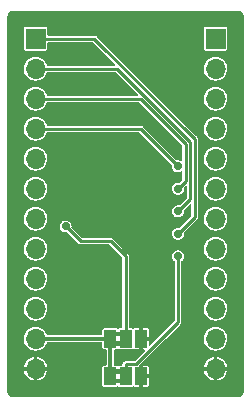
<source format=gbr>
%TF.GenerationSoftware,KiCad,Pcbnew,6.0.4+dfsg-1+b1*%
%TF.CreationDate,2022-04-28T11:11:36+08:00*%
%TF.ProjectId,gpioexp,6770696f-6578-4702-9e6b-696361645f70,c*%
%TF.SameCoordinates,Original*%
%TF.FileFunction,Copper,L2,Bot*%
%TF.FilePolarity,Positive*%
%FSLAX46Y46*%
G04 Gerber Fmt 4.6, Leading zero omitted, Abs format (unit mm)*
G04 Created by KiCad (PCBNEW 6.0.4+dfsg-1+b1) date 2022-04-28 11:11:36*
%MOMM*%
%LPD*%
G01*
G04 APERTURE LIST*
%TA.AperFunction,ComponentPad*%
%ADD10R,1.700000X1.700000*%
%TD*%
%TA.AperFunction,ComponentPad*%
%ADD11O,1.700000X1.700000*%
%TD*%
%TA.AperFunction,SMDPad,CuDef*%
%ADD12R,1.000000X1.500000*%
%TD*%
%TA.AperFunction,ViaPad*%
%ADD13C,0.700000*%
%TD*%
%TA.AperFunction,Conductor*%
%ADD14C,0.304800*%
%TD*%
%TA.AperFunction,Conductor*%
%ADD15C,0.228600*%
%TD*%
G04 APERTURE END LIST*
%TO.C,JP1*%
G36*
X141840000Y-107280000D02*
G01*
X141340000Y-107280000D01*
X141340000Y-106880000D01*
X141840000Y-106880000D01*
X141840000Y-107280000D01*
G37*
G36*
X141840000Y-106480000D02*
G01*
X141340000Y-106480000D01*
X141340000Y-106080000D01*
X141840000Y-106080000D01*
X141840000Y-106480000D01*
G37*
%TO.C,JP2*%
G36*
X141840000Y-110455000D02*
G01*
X141340000Y-110455000D01*
X141340000Y-110055000D01*
X141840000Y-110055000D01*
X141840000Y-110455000D01*
G37*
G36*
X141840000Y-109655000D02*
G01*
X141340000Y-109655000D01*
X141340000Y-109255000D01*
X141840000Y-109255000D01*
X141840000Y-109655000D01*
G37*
%TD*%
D10*
%TO.P,J1,1,Pin_1*%
%TO.N,P1_0*%
X134620000Y-81280000D03*
D11*
%TO.P,J1,2,Pin_2*%
%TO.N,P1_1*%
X134620000Y-83820000D03*
%TO.P,J1,3,Pin_3*%
%TO.N,P1_2*%
X134620000Y-86360000D03*
%TO.P,J1,4,Pin_4*%
%TO.N,P1_3*%
X134620000Y-88900000D03*
%TO.P,J1,5,Pin_5*%
%TO.N,P1_4*%
X134620000Y-91440000D03*
%TO.P,J1,6,Pin_6*%
%TO.N,P1_5*%
X134620000Y-93980000D03*
%TO.P,J1,7,Pin_7*%
%TO.N,P1_6*%
X134620000Y-96520000D03*
%TO.P,J1,8,Pin_8*%
%TO.N,P1_7*%
X134620000Y-99060000D03*
%TO.P,J1,9,Pin_9*%
%TO.N,SCL*%
X134620000Y-101600000D03*
%TO.P,J1,10,Pin_10*%
%TO.N,SDA*%
X134620000Y-104140000D03*
%TO.P,J1,11,Pin_11*%
%TO.N,VCC*%
X134620000Y-106680000D03*
%TO.P,J1,12,Pin_12*%
%TO.N,GND*%
X134620000Y-109220000D03*
%TD*%
D10*
%TO.P,J2,1,Pin_1*%
%TO.N,P0_7*%
X149860000Y-81280000D03*
D11*
%TO.P,J2,2,Pin_2*%
%TO.N,P0_6*%
X149860000Y-83820000D03*
%TO.P,J2,3,Pin_3*%
%TO.N,P0_5*%
X149860000Y-86360000D03*
%TO.P,J2,4,Pin_4*%
%TO.N,P0_4*%
X149860000Y-88900000D03*
%TO.P,J2,5,Pin_5*%
%TO.N,P0_3*%
X149860000Y-91440000D03*
%TO.P,J2,6,Pin_6*%
%TO.N,P0_2*%
X149860000Y-93980000D03*
%TO.P,J2,7,Pin_7*%
%TO.N,P0_1*%
X149860000Y-96520000D03*
%TO.P,J2,8,Pin_8*%
%TO.N,P0_0*%
X149860000Y-99060000D03*
%TO.P,J2,9,Pin_9*%
%TO.N,NRST*%
X149860000Y-101600000D03*
%TO.P,J2,10,Pin_10*%
%TO.N,INT*%
X149860000Y-104140000D03*
%TO.P,J2,11,Pin_11*%
%TO.N,VCC*%
X149860000Y-106680000D03*
%TO.P,J2,12,Pin_12*%
%TO.N,GND*%
X149860000Y-109220000D03*
%TD*%
D12*
%TO.P,JP1,1,A*%
%TO.N,VCC*%
X140940000Y-106680000D03*
%TO.P,JP1,2,C*%
%TO.N,AD0*%
X142240000Y-106680000D03*
%TO.P,JP1,3,B*%
%TO.N,GND*%
X143540000Y-106680000D03*
%TD*%
%TO.P,JP2,1,A*%
%TO.N,VCC*%
X140940000Y-109855000D03*
%TO.P,JP2,2,C*%
%TO.N,AD1*%
X142240000Y-109855000D03*
%TO.P,JP2,3,B*%
%TO.N,GND*%
X143540000Y-109855000D03*
%TD*%
D13*
%TO.N,GND*%
X142240000Y-80010000D03*
X144145000Y-101600000D03*
X147320000Y-80010000D03*
X137160000Y-99695000D03*
X140970000Y-97790000D03*
X140970000Y-99695000D03*
X144780000Y-80010000D03*
X142240000Y-92075000D03*
X137160000Y-110490000D03*
X145415000Y-110490000D03*
X139065000Y-99695000D03*
X137160000Y-80010000D03*
X139700000Y-80010000D03*
X139065000Y-110490000D03*
X144145000Y-103505000D03*
X147320000Y-110490000D03*
%TO.N,AD0*%
X137160000Y-97155000D03*
%TO.N,AD1*%
X146685000Y-99695000D03*
%TO.N,P1_3*%
X146685000Y-92075000D03*
%TO.N,P1_2*%
X146685000Y-93980000D03*
%TO.N,P1_1*%
X146685000Y-95885000D03*
%TO.N,P1_0*%
X146685000Y-97790000D03*
%TD*%
D14*
%TO.N,VCC*%
X140940000Y-106680000D02*
X134620000Y-106680000D01*
X140940000Y-106680000D02*
X140940000Y-109855000D01*
D15*
%TO.N,AD0*%
X140970000Y-98425000D02*
X142240000Y-99695000D01*
X142240000Y-99695000D02*
X142240000Y-106680000D01*
X138430000Y-98425000D02*
X137160000Y-97155000D01*
X140970000Y-98425000D02*
X138430000Y-98425000D01*
%TO.N,AD1*%
X142278101Y-108838299D02*
X142240000Y-108876400D01*
X142240000Y-108876400D02*
X142240000Y-109855000D01*
X146685000Y-99695000D02*
X146685000Y-105265062D01*
X143111763Y-108838299D02*
X142278101Y-108838299D01*
X146685000Y-105265062D02*
X143111763Y-108838299D01*
%TO.N,P1_3*%
X143510000Y-88900000D02*
X134620000Y-88900000D01*
X146685000Y-92075000D02*
X143510000Y-88900000D01*
%TO.N,P1_2*%
X147320000Y-93345000D02*
X146685000Y-93980000D01*
X143510000Y-86360000D02*
X147320000Y-90170000D01*
X147320000Y-90170000D02*
X147320000Y-93345000D01*
X134620000Y-86360000D02*
X143510000Y-86360000D01*
%TO.N,P1_1*%
X134620000Y-83820000D02*
X141508830Y-83820000D01*
X147701009Y-94868991D02*
X146685000Y-95885000D01*
X147701009Y-90012179D02*
X147701009Y-94868991D01*
X141508830Y-83820000D02*
X147701009Y-90012179D01*
%TO.N,P1_0*%
X139603830Y-81280000D02*
X134620000Y-81280000D01*
X148082020Y-89758190D02*
X139603830Y-81280000D01*
X146685000Y-97790000D02*
X148082020Y-96392980D01*
X148082020Y-96392980D02*
X148082020Y-89758190D01*
%TD*%
%TA.AperFunction,Conductor*%
%TO.N,GND*%
G36*
X151754430Y-78895462D02*
G01*
X151765000Y-78898294D01*
X151774562Y-78895732D01*
X151781581Y-78895732D01*
X151791397Y-78896375D01*
X151879962Y-78908035D01*
X151898924Y-78913116D01*
X151996905Y-78953701D01*
X152013906Y-78963517D01*
X152098042Y-79028077D01*
X152111923Y-79041958D01*
X152176483Y-79126094D01*
X152186299Y-79143095D01*
X152226884Y-79241076D01*
X152231965Y-79260038D01*
X152243625Y-79348603D01*
X152244268Y-79358419D01*
X152244268Y-79365438D01*
X152241706Y-79375000D01*
X152244268Y-79384561D01*
X152244538Y-79385569D01*
X152247100Y-79405032D01*
X152247100Y-111094968D01*
X152244538Y-111114430D01*
X152241706Y-111125000D01*
X152244268Y-111134562D01*
X152244268Y-111141581D01*
X152243625Y-111151397D01*
X152231965Y-111239962D01*
X152226884Y-111258924D01*
X152186299Y-111356905D01*
X152176483Y-111373906D01*
X152111923Y-111458042D01*
X152098042Y-111471923D01*
X152013906Y-111536483D01*
X151996905Y-111546299D01*
X151898924Y-111586884D01*
X151879962Y-111591965D01*
X151791397Y-111603625D01*
X151781581Y-111604268D01*
X151774562Y-111604268D01*
X151765000Y-111601706D01*
X151754431Y-111604538D01*
X151734968Y-111607100D01*
X132745032Y-111607100D01*
X132725569Y-111604538D01*
X132715000Y-111601706D01*
X132705438Y-111604268D01*
X132698419Y-111604268D01*
X132688603Y-111603625D01*
X132600038Y-111591965D01*
X132581076Y-111586884D01*
X132483095Y-111546299D01*
X132466094Y-111536483D01*
X132381958Y-111471923D01*
X132368077Y-111458042D01*
X132303517Y-111373906D01*
X132293701Y-111356905D01*
X132253116Y-111258924D01*
X132248035Y-111239962D01*
X132236375Y-111151397D01*
X132235732Y-111141581D01*
X132235732Y-111134562D01*
X132238294Y-111125000D01*
X132235462Y-111114430D01*
X132232900Y-111094968D01*
X132232900Y-109380318D01*
X133627492Y-109380318D01*
X133628990Y-109398160D01*
X133630312Y-109405364D01*
X133682470Y-109587261D01*
X133685164Y-109594063D01*
X133771657Y-109762363D01*
X133775623Y-109768518D01*
X133893164Y-109916817D01*
X133898240Y-109922074D01*
X134042355Y-110044725D01*
X134048353Y-110048894D01*
X134213537Y-110141211D01*
X134220250Y-110144144D01*
X134400210Y-110202616D01*
X134407358Y-110204188D01*
X134454434Y-110209802D01*
X134464957Y-110207334D01*
X134467600Y-110203801D01*
X134467600Y-110200421D01*
X134772400Y-110200421D01*
X134776097Y-110210578D01*
X134780403Y-110213064D01*
X134791238Y-110212230D01*
X134798449Y-110210959D01*
X134980701Y-110160073D01*
X134987534Y-110157422D01*
X135156428Y-110072108D01*
X135162611Y-110068184D01*
X135311720Y-109951687D01*
X135317023Y-109946637D01*
X135440664Y-109803397D01*
X135444886Y-109797412D01*
X135538354Y-109632880D01*
X135541328Y-109626200D01*
X135601059Y-109446641D01*
X135602680Y-109439508D01*
X135609495Y-109385556D01*
X135607100Y-109375014D01*
X135603656Y-109372400D01*
X134785659Y-109372400D01*
X134775502Y-109376097D01*
X134772400Y-109381469D01*
X134772400Y-110200421D01*
X134467600Y-110200421D01*
X134467600Y-109385659D01*
X134463903Y-109375502D01*
X134458531Y-109372400D01*
X133640086Y-109372400D01*
X133629929Y-109376097D01*
X133627492Y-109380318D01*
X132232900Y-109380318D01*
X132232900Y-109054421D01*
X133629843Y-109054421D01*
X133632386Y-109064930D01*
X133636007Y-109067600D01*
X134454341Y-109067600D01*
X134464498Y-109063903D01*
X134467600Y-109058531D01*
X134467600Y-109054341D01*
X134772400Y-109054341D01*
X134776097Y-109064498D01*
X134781469Y-109067600D01*
X135599048Y-109067600D01*
X135609205Y-109063903D01*
X135611547Y-109059847D01*
X135608427Y-109028024D01*
X135607001Y-109020828D01*
X135552312Y-108839688D01*
X135549524Y-108832922D01*
X135460684Y-108665839D01*
X135456639Y-108659751D01*
X135337041Y-108513109D01*
X135331878Y-108507910D01*
X135186078Y-108387294D01*
X135180016Y-108383205D01*
X135013557Y-108293201D01*
X135006813Y-108290366D01*
X134826047Y-108234410D01*
X134818880Y-108232939D01*
X134785587Y-108229440D01*
X134775100Y-108232055D01*
X134772400Y-108235771D01*
X134772400Y-109054341D01*
X134467600Y-109054341D01*
X134467600Y-108240543D01*
X134463903Y-108230386D01*
X134459766Y-108227997D01*
X134434918Y-108230258D01*
X134427732Y-108231629D01*
X134246208Y-108285055D01*
X134239421Y-108287797D01*
X134071721Y-108375468D01*
X134065603Y-108379472D01*
X133918128Y-108498044D01*
X133912903Y-108503161D01*
X133791266Y-108648122D01*
X133787132Y-108654160D01*
X133695975Y-108819975D01*
X133693088Y-108826711D01*
X133635874Y-109007074D01*
X133634351Y-109014239D01*
X133629843Y-109054421D01*
X132232900Y-109054421D01*
X132232900Y-106665930D01*
X133612345Y-106665930D01*
X133612653Y-106669598D01*
X133612653Y-106669601D01*
X133615889Y-106708138D01*
X133628803Y-106861919D01*
X133683015Y-107050979D01*
X133772916Y-107225908D01*
X133895083Y-107380044D01*
X133897877Y-107382422D01*
X133897878Y-107382423D01*
X133932691Y-107412051D01*
X134044862Y-107507516D01*
X134048063Y-107509305D01*
X134048066Y-107509307D01*
X134103404Y-107540234D01*
X134216547Y-107603467D01*
X134220044Y-107604603D01*
X134220048Y-107604605D01*
X134312615Y-107634681D01*
X134403600Y-107664244D01*
X134510984Y-107677049D01*
X134595237Y-107687096D01*
X134595239Y-107687096D01*
X134598895Y-107687532D01*
X134794994Y-107672443D01*
X134909061Y-107640595D01*
X134980883Y-107620542D01*
X134980885Y-107620541D01*
X134984428Y-107619552D01*
X135139383Y-107541279D01*
X135156697Y-107532533D01*
X135156698Y-107532532D01*
X135159981Y-107530874D01*
X135314966Y-107409786D01*
X135443480Y-107260901D01*
X135540628Y-107089890D01*
X135558301Y-107036762D01*
X135590252Y-106996450D01*
X135629656Y-106985300D01*
X140211901Y-106985300D01*
X140260239Y-107002893D01*
X140285959Y-107047442D01*
X140287101Y-107060500D01*
X140287101Y-107445056D01*
X140295972Y-107489658D01*
X140329766Y-107540234D01*
X140335923Y-107544348D01*
X140374183Y-107569913D01*
X140374184Y-107569914D01*
X140380342Y-107574028D01*
X140387606Y-107575473D01*
X140418805Y-107581679D01*
X140424943Y-107582900D01*
X140559500Y-107582900D01*
X140607838Y-107600493D01*
X140633558Y-107645042D01*
X140634700Y-107658100D01*
X140634700Y-108876901D01*
X140617107Y-108925239D01*
X140572558Y-108950959D01*
X140559500Y-108952101D01*
X140424944Y-108952101D01*
X140380342Y-108960972D01*
X140329766Y-108994766D01*
X140325652Y-109000923D01*
X140307544Y-109028024D01*
X140295972Y-109045342D01*
X140294527Y-109052606D01*
X140292162Y-109064498D01*
X140287100Y-109089943D01*
X140287101Y-110620056D01*
X140295972Y-110664658D01*
X140329766Y-110715234D01*
X140335923Y-110719348D01*
X140374183Y-110744913D01*
X140374184Y-110744914D01*
X140380342Y-110749028D01*
X140387606Y-110750473D01*
X140418805Y-110756679D01*
X140424943Y-110757900D01*
X140939930Y-110757900D01*
X141455056Y-110757899D01*
X141499658Y-110749028D01*
X141548221Y-110716579D01*
X141598187Y-110704352D01*
X141631779Y-110716579D01*
X141674183Y-110744913D01*
X141674184Y-110744914D01*
X141680342Y-110749028D01*
X141687606Y-110750473D01*
X141718805Y-110756679D01*
X141724943Y-110757900D01*
X142239930Y-110757900D01*
X142755056Y-110757899D01*
X142799658Y-110749028D01*
X142848670Y-110716279D01*
X142898636Y-110704052D01*
X142932229Y-110716279D01*
X142974377Y-110744442D01*
X142987802Y-110750003D01*
X143021363Y-110756679D01*
X143028684Y-110757400D01*
X143374341Y-110757400D01*
X143384498Y-110753703D01*
X143387600Y-110748331D01*
X143387600Y-110744141D01*
X143692400Y-110744141D01*
X143696097Y-110754298D01*
X143701469Y-110757400D01*
X144051316Y-110757400D01*
X144058637Y-110756679D01*
X144092198Y-110750003D01*
X144105623Y-110744442D01*
X144143720Y-110718986D01*
X144153986Y-110708720D01*
X144179442Y-110670623D01*
X144185003Y-110657198D01*
X144191679Y-110623637D01*
X144192400Y-110616316D01*
X144192400Y-110020659D01*
X144188703Y-110010502D01*
X144183331Y-110007400D01*
X143705659Y-110007400D01*
X143695502Y-110011097D01*
X143692400Y-110016469D01*
X143692400Y-110744141D01*
X143387600Y-110744141D01*
X143387600Y-109689341D01*
X143692400Y-109689341D01*
X143696097Y-109699498D01*
X143701469Y-109702600D01*
X144179141Y-109702600D01*
X144189298Y-109698903D01*
X144192400Y-109693531D01*
X144192400Y-109380318D01*
X148867492Y-109380318D01*
X148868990Y-109398160D01*
X148870312Y-109405364D01*
X148922470Y-109587261D01*
X148925164Y-109594063D01*
X149011657Y-109762363D01*
X149015623Y-109768518D01*
X149133164Y-109916817D01*
X149138240Y-109922074D01*
X149282355Y-110044725D01*
X149288353Y-110048894D01*
X149453537Y-110141211D01*
X149460250Y-110144144D01*
X149640210Y-110202616D01*
X149647358Y-110204188D01*
X149694434Y-110209802D01*
X149704957Y-110207334D01*
X149707600Y-110203801D01*
X149707600Y-110200421D01*
X150012400Y-110200421D01*
X150016097Y-110210578D01*
X150020403Y-110213064D01*
X150031238Y-110212230D01*
X150038449Y-110210959D01*
X150220701Y-110160073D01*
X150227534Y-110157422D01*
X150396428Y-110072108D01*
X150402611Y-110068184D01*
X150551720Y-109951687D01*
X150557023Y-109946637D01*
X150680664Y-109803397D01*
X150684886Y-109797412D01*
X150778354Y-109632880D01*
X150781328Y-109626200D01*
X150841059Y-109446641D01*
X150842680Y-109439508D01*
X150849495Y-109385556D01*
X150847100Y-109375014D01*
X150843656Y-109372400D01*
X150025659Y-109372400D01*
X150015502Y-109376097D01*
X150012400Y-109381469D01*
X150012400Y-110200421D01*
X149707600Y-110200421D01*
X149707600Y-109385659D01*
X149703903Y-109375502D01*
X149698531Y-109372400D01*
X148880086Y-109372400D01*
X148869929Y-109376097D01*
X148867492Y-109380318D01*
X144192400Y-109380318D01*
X144192400Y-109093684D01*
X144191679Y-109086363D01*
X144185325Y-109054421D01*
X148869843Y-109054421D01*
X148872386Y-109064930D01*
X148876007Y-109067600D01*
X149694341Y-109067600D01*
X149704498Y-109063903D01*
X149707600Y-109058531D01*
X149707600Y-109054341D01*
X150012400Y-109054341D01*
X150016097Y-109064498D01*
X150021469Y-109067600D01*
X150839048Y-109067600D01*
X150849205Y-109063903D01*
X150851547Y-109059847D01*
X150848427Y-109028024D01*
X150847001Y-109020828D01*
X150792312Y-108839688D01*
X150789524Y-108832922D01*
X150700684Y-108665839D01*
X150696639Y-108659751D01*
X150577041Y-108513109D01*
X150571878Y-108507910D01*
X150426078Y-108387294D01*
X150420016Y-108383205D01*
X150253557Y-108293201D01*
X150246813Y-108290366D01*
X150066047Y-108234410D01*
X150058880Y-108232939D01*
X150025587Y-108229440D01*
X150015100Y-108232055D01*
X150012400Y-108235771D01*
X150012400Y-109054341D01*
X149707600Y-109054341D01*
X149707600Y-108240543D01*
X149703903Y-108230386D01*
X149699766Y-108227997D01*
X149674918Y-108230258D01*
X149667732Y-108231629D01*
X149486208Y-108285055D01*
X149479421Y-108287797D01*
X149311721Y-108375468D01*
X149305603Y-108379472D01*
X149158128Y-108498044D01*
X149152903Y-108503161D01*
X149031266Y-108648122D01*
X149027132Y-108654160D01*
X148935975Y-108819975D01*
X148933088Y-108826711D01*
X148875874Y-109007074D01*
X148874351Y-109014239D01*
X148869843Y-109054421D01*
X144185325Y-109054421D01*
X144185003Y-109052802D01*
X144179442Y-109039377D01*
X144153986Y-109001280D01*
X144143720Y-108991014D01*
X144105623Y-108965558D01*
X144092198Y-108959997D01*
X144058637Y-108953321D01*
X144051316Y-108952600D01*
X143705659Y-108952600D01*
X143695502Y-108956297D01*
X143692400Y-108961669D01*
X143692400Y-109689341D01*
X143387600Y-109689341D01*
X143387600Y-108971487D01*
X143405193Y-108923149D01*
X143409626Y-108918313D01*
X145662009Y-106665930D01*
X148852345Y-106665930D01*
X148852653Y-106669598D01*
X148852653Y-106669601D01*
X148855889Y-106708138D01*
X148868803Y-106861919D01*
X148923015Y-107050979D01*
X149012916Y-107225908D01*
X149135083Y-107380044D01*
X149137877Y-107382422D01*
X149137878Y-107382423D01*
X149172691Y-107412051D01*
X149284862Y-107507516D01*
X149288063Y-107509305D01*
X149288066Y-107509307D01*
X149343404Y-107540234D01*
X149456547Y-107603467D01*
X149460044Y-107604603D01*
X149460048Y-107604605D01*
X149552615Y-107634681D01*
X149643600Y-107664244D01*
X149750984Y-107677049D01*
X149835237Y-107687096D01*
X149835239Y-107687096D01*
X149838895Y-107687532D01*
X150034994Y-107672443D01*
X150149061Y-107640595D01*
X150220883Y-107620542D01*
X150220885Y-107620541D01*
X150224428Y-107619552D01*
X150379383Y-107541279D01*
X150396697Y-107532533D01*
X150396698Y-107532532D01*
X150399981Y-107530874D01*
X150554966Y-107409786D01*
X150683480Y-107260901D01*
X150780628Y-107089890D01*
X150842710Y-106903266D01*
X150867360Y-106708138D01*
X150867753Y-106680000D01*
X150867548Y-106677907D01*
X150848921Y-106487927D01*
X150848920Y-106487922D01*
X150848561Y-106484260D01*
X150791714Y-106295975D01*
X150699379Y-106122318D01*
X150575072Y-105969903D01*
X150423528Y-105844535D01*
X150250520Y-105750990D01*
X150062637Y-105692830D01*
X149939766Y-105679916D01*
X149870690Y-105672656D01*
X149870689Y-105672656D01*
X149867035Y-105672272D01*
X149769101Y-105681184D01*
X149674824Y-105689764D01*
X149674823Y-105689764D01*
X149671166Y-105690097D01*
X149667641Y-105691134D01*
X149667638Y-105691135D01*
X149486019Y-105744589D01*
X149482489Y-105745628D01*
X149308192Y-105836748D01*
X149257375Y-105877606D01*
X149210936Y-105914944D01*
X149154912Y-105959988D01*
X149028489Y-106110653D01*
X148933739Y-106283004D01*
X148874269Y-106470476D01*
X148852345Y-106665930D01*
X145662009Y-106665930D01*
X146850087Y-105477852D01*
X146861483Y-105468499D01*
X146871485Y-105461816D01*
X146877641Y-105457703D01*
X146920536Y-105393505D01*
X146936697Y-105369319D01*
X146957435Y-105265062D01*
X146953645Y-105246008D01*
X146952200Y-105231337D01*
X146952200Y-104125930D01*
X148852345Y-104125930D01*
X148852653Y-104129598D01*
X148852653Y-104129601D01*
X148855889Y-104168138D01*
X148868803Y-104321919D01*
X148923015Y-104510979D01*
X149012916Y-104685908D01*
X149135083Y-104840044D01*
X149137877Y-104842422D01*
X149137878Y-104842423D01*
X149172691Y-104872051D01*
X149284862Y-104967516D01*
X149288063Y-104969305D01*
X149288066Y-104969307D01*
X149326656Y-104990874D01*
X149456547Y-105063467D01*
X149460044Y-105064603D01*
X149460048Y-105064605D01*
X149552615Y-105094681D01*
X149643600Y-105124244D01*
X149750984Y-105137049D01*
X149835237Y-105147096D01*
X149835239Y-105147096D01*
X149838895Y-105147532D01*
X150034994Y-105132443D01*
X150149061Y-105100595D01*
X150220883Y-105080542D01*
X150220885Y-105080541D01*
X150224428Y-105079552D01*
X150399981Y-104990874D01*
X150554966Y-104869786D01*
X150683480Y-104720901D01*
X150780628Y-104549890D01*
X150842710Y-104363266D01*
X150867360Y-104168138D01*
X150867753Y-104140000D01*
X150867548Y-104137907D01*
X150848921Y-103947927D01*
X150848920Y-103947922D01*
X150848561Y-103944260D01*
X150791714Y-103755975D01*
X150699379Y-103582318D01*
X150575072Y-103429903D01*
X150423528Y-103304535D01*
X150250520Y-103210990D01*
X150062637Y-103152830D01*
X149939766Y-103139916D01*
X149870690Y-103132656D01*
X149870689Y-103132656D01*
X149867035Y-103132272D01*
X149769101Y-103141184D01*
X149674824Y-103149764D01*
X149674823Y-103149764D01*
X149671166Y-103150097D01*
X149667641Y-103151134D01*
X149667638Y-103151135D01*
X149486019Y-103204589D01*
X149482489Y-103205628D01*
X149308192Y-103296748D01*
X149154912Y-103419988D01*
X149028489Y-103570653D01*
X148933739Y-103743004D01*
X148874269Y-103930476D01*
X148852345Y-104125930D01*
X146952200Y-104125930D01*
X146952200Y-101585930D01*
X148852345Y-101585930D01*
X148852653Y-101589598D01*
X148852653Y-101589601D01*
X148855889Y-101628138D01*
X148868803Y-101781919D01*
X148923015Y-101970979D01*
X149012916Y-102145908D01*
X149135083Y-102300044D01*
X149137877Y-102302422D01*
X149137878Y-102302423D01*
X149172691Y-102332051D01*
X149284862Y-102427516D01*
X149288063Y-102429305D01*
X149288066Y-102429307D01*
X149326656Y-102450874D01*
X149456547Y-102523467D01*
X149460044Y-102524603D01*
X149460048Y-102524605D01*
X149552615Y-102554681D01*
X149643600Y-102584244D01*
X149750984Y-102597049D01*
X149835237Y-102607096D01*
X149835239Y-102607096D01*
X149838895Y-102607532D01*
X150034994Y-102592443D01*
X150149061Y-102560595D01*
X150220883Y-102540542D01*
X150220885Y-102540541D01*
X150224428Y-102539552D01*
X150399981Y-102450874D01*
X150554966Y-102329786D01*
X150683480Y-102180901D01*
X150780628Y-102009890D01*
X150842710Y-101823266D01*
X150867360Y-101628138D01*
X150867753Y-101600000D01*
X150867548Y-101597907D01*
X150848921Y-101407927D01*
X150848920Y-101407922D01*
X150848561Y-101404260D01*
X150791714Y-101215975D01*
X150699379Y-101042318D01*
X150575072Y-100889903D01*
X150423528Y-100764535D01*
X150250520Y-100670990D01*
X150062637Y-100612830D01*
X149939766Y-100599916D01*
X149870690Y-100592656D01*
X149870689Y-100592656D01*
X149867035Y-100592272D01*
X149769100Y-100601185D01*
X149674824Y-100609764D01*
X149674823Y-100609764D01*
X149671166Y-100610097D01*
X149667641Y-100611134D01*
X149667638Y-100611135D01*
X149486019Y-100664589D01*
X149482489Y-100665628D01*
X149308192Y-100756748D01*
X149154912Y-100879988D01*
X149028489Y-101030653D01*
X148933739Y-101203004D01*
X148874269Y-101390476D01*
X148852345Y-101585930D01*
X146952200Y-101585930D01*
X146952200Y-100163187D01*
X146969793Y-100114849D01*
X146988052Y-100099103D01*
X147004970Y-100088716D01*
X147004973Y-100088714D01*
X147009539Y-100085910D01*
X147106210Y-99979110D01*
X147111795Y-99967584D01*
X147166682Y-99854296D01*
X147166682Y-99854295D01*
X147169020Y-99849470D01*
X147192919Y-99707413D01*
X147193071Y-99695000D01*
X147192659Y-99692120D01*
X147173409Y-99557704D01*
X147173408Y-99557700D01*
X147172649Y-99552401D01*
X147149897Y-99502359D01*
X147115245Y-99426147D01*
X147113026Y-99421266D01*
X147108538Y-99416057D01*
X147022487Y-99316190D01*
X147022484Y-99316187D01*
X147018993Y-99312136D01*
X147014502Y-99309225D01*
X146902604Y-99236697D01*
X146902603Y-99236697D01*
X146898111Y-99233785D01*
X146821912Y-99210997D01*
X146765232Y-99194045D01*
X146765229Y-99194045D01*
X146760098Y-99192510D01*
X146754743Y-99192477D01*
X146754741Y-99192477D01*
X146689524Y-99192079D01*
X146616047Y-99191630D01*
X146610897Y-99193102D01*
X146610896Y-99193102D01*
X146546793Y-99211423D01*
X146477539Y-99231215D01*
X146473013Y-99234071D01*
X146473010Y-99234072D01*
X146395043Y-99283266D01*
X146355709Y-99308084D01*
X146348550Y-99316190D01*
X146263897Y-99412041D01*
X146263895Y-99412044D01*
X146260351Y-99416057D01*
X146199129Y-99546454D01*
X146176967Y-99688793D01*
X146177661Y-99694100D01*
X146177661Y-99694103D01*
X146179021Y-99704500D01*
X146195645Y-99831630D01*
X146253662Y-99963484D01*
X146257107Y-99967582D01*
X146257108Y-99967584D01*
X146270138Y-99983085D01*
X146346354Y-100073755D01*
X146368830Y-100088716D01*
X146384269Y-100098993D01*
X146414759Y-100140423D01*
X146417800Y-100161593D01*
X146417800Y-105123237D01*
X146400207Y-105171575D01*
X146395774Y-105176411D01*
X144320774Y-107251410D01*
X144274154Y-107273150D01*
X144224467Y-107259836D01*
X144194962Y-107217699D01*
X144192400Y-107198236D01*
X144192400Y-106845659D01*
X144188703Y-106835502D01*
X144183331Y-106832400D01*
X143705659Y-106832400D01*
X143695502Y-106836097D01*
X143692400Y-106841469D01*
X143692400Y-107569141D01*
X143696097Y-107579298D01*
X143701469Y-107582400D01*
X143808236Y-107582400D01*
X143856574Y-107599993D01*
X143882294Y-107644542D01*
X143873361Y-107695200D01*
X143861410Y-107710774D01*
X143023111Y-108549073D01*
X142976491Y-108570813D01*
X142969937Y-108571099D01*
X142311830Y-108571099D01*
X142297159Y-108569654D01*
X142285365Y-108567308D01*
X142278101Y-108565863D01*
X142270837Y-108567308D01*
X142181107Y-108585157D01*
X142181105Y-108585158D01*
X142173845Y-108586602D01*
X142085460Y-108645658D01*
X142078509Y-108656061D01*
X142057762Y-108676808D01*
X142047359Y-108683759D01*
X142032451Y-108706071D01*
X141988303Y-108772143D01*
X141967564Y-108876400D01*
X141968139Y-108879291D01*
X141951416Y-108925239D01*
X141906867Y-108950959D01*
X141893809Y-108952101D01*
X141724944Y-108952101D01*
X141680342Y-108960972D01*
X141674184Y-108965087D01*
X141674182Y-108965088D01*
X141631779Y-108993421D01*
X141581813Y-109005648D01*
X141548221Y-108993421D01*
X141505817Y-108965087D01*
X141505816Y-108965086D01*
X141499658Y-108960972D01*
X141476156Y-108956297D01*
X141458682Y-108952821D01*
X141458681Y-108952821D01*
X141455057Y-108952100D01*
X141320500Y-108952100D01*
X141272162Y-108934507D01*
X141246442Y-108889958D01*
X141245300Y-108876900D01*
X141245300Y-107658099D01*
X141262893Y-107609761D01*
X141307442Y-107584041D01*
X141320500Y-107582899D01*
X141455056Y-107582899D01*
X141499658Y-107574028D01*
X141548221Y-107541579D01*
X141598187Y-107529352D01*
X141631779Y-107541579D01*
X141674183Y-107569913D01*
X141674184Y-107569914D01*
X141680342Y-107574028D01*
X141687606Y-107575473D01*
X141718805Y-107581679D01*
X141724943Y-107582900D01*
X142239930Y-107582900D01*
X142755056Y-107582899D01*
X142799658Y-107574028D01*
X142848670Y-107541279D01*
X142898636Y-107529052D01*
X142932229Y-107541279D01*
X142974377Y-107569442D01*
X142987802Y-107575003D01*
X143021363Y-107581679D01*
X143028684Y-107582400D01*
X143374341Y-107582400D01*
X143384498Y-107578703D01*
X143387600Y-107573331D01*
X143387600Y-106514341D01*
X143692400Y-106514341D01*
X143696097Y-106524498D01*
X143701469Y-106527600D01*
X144179141Y-106527600D01*
X144189298Y-106523903D01*
X144192400Y-106518531D01*
X144192400Y-105918684D01*
X144191679Y-105911363D01*
X144185003Y-105877802D01*
X144179442Y-105864377D01*
X144153986Y-105826280D01*
X144143720Y-105816014D01*
X144105623Y-105790558D01*
X144092198Y-105784997D01*
X144058637Y-105778321D01*
X144051316Y-105777600D01*
X143705659Y-105777600D01*
X143695502Y-105781297D01*
X143692400Y-105786669D01*
X143692400Y-106514341D01*
X143387600Y-106514341D01*
X143387600Y-105790859D01*
X143383903Y-105780702D01*
X143378531Y-105777600D01*
X143028684Y-105777600D01*
X143021363Y-105778321D01*
X142987802Y-105784997D01*
X142974377Y-105790558D01*
X142932229Y-105818721D01*
X142882264Y-105830948D01*
X142848670Y-105818721D01*
X142805817Y-105790087D01*
X142805816Y-105790086D01*
X142799658Y-105785972D01*
X142773165Y-105780702D01*
X142758682Y-105777821D01*
X142758681Y-105777821D01*
X142755057Y-105777100D01*
X142582400Y-105777100D01*
X142534062Y-105759507D01*
X142508342Y-105714958D01*
X142507200Y-105701900D01*
X142507200Y-99728725D01*
X142508645Y-99714054D01*
X142510990Y-99702265D01*
X142510990Y-99702264D01*
X142512435Y-99695000D01*
X142491697Y-99590743D01*
X142466077Y-99552401D01*
X142462819Y-99547524D01*
X142436755Y-99508516D01*
X142432641Y-99502359D01*
X142416482Y-99491562D01*
X142405087Y-99482210D01*
X141968807Y-99045930D01*
X148852345Y-99045930D01*
X148852653Y-99049598D01*
X148852653Y-99049601D01*
X148867904Y-99231215D01*
X148868803Y-99241919D01*
X148923015Y-99430979D01*
X149012916Y-99605908D01*
X149135083Y-99760044D01*
X149137877Y-99762422D01*
X149137878Y-99762423D01*
X149212948Y-99826312D01*
X149284862Y-99887516D01*
X149288063Y-99889305D01*
X149288066Y-99889307D01*
X149326656Y-99910874D01*
X149456547Y-99983467D01*
X149460044Y-99984603D01*
X149460048Y-99984605D01*
X149552615Y-100014681D01*
X149643600Y-100044244D01*
X149750984Y-100057049D01*
X149835237Y-100067096D01*
X149835239Y-100067096D01*
X149838895Y-100067532D01*
X150034994Y-100052443D01*
X150149061Y-100020595D01*
X150220883Y-100000542D01*
X150220885Y-100000541D01*
X150224428Y-99999552D01*
X150399981Y-99910874D01*
X150554966Y-99789786D01*
X150683480Y-99640901D01*
X150736526Y-99547524D01*
X150778810Y-99473091D01*
X150778812Y-99473088D01*
X150780628Y-99469890D01*
X150834454Y-99308084D01*
X150841548Y-99286760D01*
X150841549Y-99286757D01*
X150842710Y-99283266D01*
X150867360Y-99088138D01*
X150867753Y-99060000D01*
X150867548Y-99057907D01*
X150848921Y-98867927D01*
X150848920Y-98867922D01*
X150848561Y-98864260D01*
X150791714Y-98675975D01*
X150699379Y-98502318D01*
X150575072Y-98349903D01*
X150423528Y-98224535D01*
X150250520Y-98130990D01*
X150062637Y-98072830D01*
X149926140Y-98058484D01*
X149870690Y-98052656D01*
X149870689Y-98052656D01*
X149867035Y-98052272D01*
X149798775Y-98058484D01*
X149674824Y-98069764D01*
X149674823Y-98069764D01*
X149671166Y-98070097D01*
X149667641Y-98071134D01*
X149667638Y-98071135D01*
X149486019Y-98124589D01*
X149482489Y-98125628D01*
X149308192Y-98216748D01*
X149305328Y-98219051D01*
X149215176Y-98291535D01*
X149154912Y-98339988D01*
X149028489Y-98490653D01*
X148933739Y-98663004D01*
X148874269Y-98850476D01*
X148852345Y-99045930D01*
X141968807Y-99045930D01*
X141182788Y-98259910D01*
X141173435Y-98248514D01*
X141166754Y-98238515D01*
X141162641Y-98232359D01*
X141154437Y-98226877D01*
X141118797Y-98203064D01*
X141074257Y-98173303D01*
X140970000Y-98152564D01*
X140962736Y-98154009D01*
X140950942Y-98156355D01*
X140936271Y-98157800D01*
X138571825Y-98157800D01*
X138523487Y-98140207D01*
X138518651Y-98135774D01*
X137678396Y-97295518D01*
X137656656Y-97248898D01*
X137657412Y-97229868D01*
X137667919Y-97167413D01*
X137668071Y-97155000D01*
X137667659Y-97152120D01*
X137648409Y-97017704D01*
X137648408Y-97017700D01*
X137647649Y-97012401D01*
X137588026Y-96881266D01*
X137583538Y-96876057D01*
X137497487Y-96776190D01*
X137497484Y-96776187D01*
X137493993Y-96772136D01*
X137489502Y-96769225D01*
X137377604Y-96696697D01*
X137377603Y-96696697D01*
X137373111Y-96693785D01*
X137296912Y-96670997D01*
X137240232Y-96654045D01*
X137240229Y-96654045D01*
X137235098Y-96652510D01*
X137229743Y-96652477D01*
X137229741Y-96652477D01*
X137164524Y-96652079D01*
X137091047Y-96651630D01*
X137085897Y-96653102D01*
X137085896Y-96653102D01*
X137021793Y-96671422D01*
X136952539Y-96691215D01*
X136948013Y-96694071D01*
X136948010Y-96694072D01*
X136870043Y-96743266D01*
X136830709Y-96768084D01*
X136823550Y-96776190D01*
X136738897Y-96872041D01*
X136738895Y-96872044D01*
X136735351Y-96876057D01*
X136674129Y-97006454D01*
X136651967Y-97148793D01*
X136652661Y-97154100D01*
X136652661Y-97154103D01*
X136653159Y-97157909D01*
X136670645Y-97291630D01*
X136705513Y-97370874D01*
X136721452Y-97407097D01*
X136728662Y-97423484D01*
X136732107Y-97427582D01*
X136732108Y-97427584D01*
X136745459Y-97443467D01*
X136821354Y-97533755D01*
X136941270Y-97613577D01*
X137078769Y-97656535D01*
X137152871Y-97657893D01*
X137217436Y-97659077D01*
X137217438Y-97659077D01*
X137222798Y-97659175D01*
X137230024Y-97657205D01*
X137230593Y-97657050D01*
X137232463Y-97657205D01*
X137233284Y-97657103D01*
X137233305Y-97657275D01*
X137281856Y-97661308D01*
X137303549Y-97676427D01*
X138217210Y-98590087D01*
X138226562Y-98601482D01*
X138237359Y-98617641D01*
X138301557Y-98660536D01*
X138325743Y-98676697D01*
X138430000Y-98697435D01*
X138437264Y-98695990D01*
X138437265Y-98695990D01*
X138449054Y-98693645D01*
X138463725Y-98692200D01*
X140828174Y-98692200D01*
X140876512Y-98709793D01*
X140881348Y-98714226D01*
X141950774Y-99783651D01*
X141972514Y-99830271D01*
X141972800Y-99836825D01*
X141972800Y-105701901D01*
X141955207Y-105750239D01*
X141910658Y-105775959D01*
X141897600Y-105777101D01*
X141724944Y-105777101D01*
X141680342Y-105785972D01*
X141674184Y-105790087D01*
X141674182Y-105790088D01*
X141631779Y-105818421D01*
X141581813Y-105830648D01*
X141548221Y-105818421D01*
X141505817Y-105790087D01*
X141505816Y-105790086D01*
X141499658Y-105785972D01*
X141473165Y-105780702D01*
X141458682Y-105777821D01*
X141458681Y-105777821D01*
X141455057Y-105777100D01*
X140940070Y-105777100D01*
X140424944Y-105777101D01*
X140380342Y-105785972D01*
X140329766Y-105819766D01*
X140325652Y-105825923D01*
X140319556Y-105835047D01*
X140295972Y-105870342D01*
X140287100Y-105914943D01*
X140287100Y-106299500D01*
X140269507Y-106347838D01*
X140224958Y-106373558D01*
X140211900Y-106374700D01*
X135631331Y-106374700D01*
X135582993Y-106357107D01*
X135559341Y-106321236D01*
X135552776Y-106299492D01*
X135552776Y-106299491D01*
X135551714Y-106295975D01*
X135459379Y-106122318D01*
X135335072Y-105969903D01*
X135183528Y-105844535D01*
X135010520Y-105750990D01*
X134822637Y-105692830D01*
X134699766Y-105679916D01*
X134630690Y-105672656D01*
X134630689Y-105672656D01*
X134627035Y-105672272D01*
X134529101Y-105681184D01*
X134434824Y-105689764D01*
X134434823Y-105689764D01*
X134431166Y-105690097D01*
X134427641Y-105691134D01*
X134427638Y-105691135D01*
X134246019Y-105744589D01*
X134242489Y-105745628D01*
X134068192Y-105836748D01*
X134017375Y-105877606D01*
X133970936Y-105914944D01*
X133914912Y-105959988D01*
X133788489Y-106110653D01*
X133693739Y-106283004D01*
X133634269Y-106470476D01*
X133612345Y-106665930D01*
X132232900Y-106665930D01*
X132232900Y-104125930D01*
X133612345Y-104125930D01*
X133612653Y-104129598D01*
X133612653Y-104129601D01*
X133615889Y-104168138D01*
X133628803Y-104321919D01*
X133683015Y-104510979D01*
X133772916Y-104685908D01*
X133895083Y-104840044D01*
X133897877Y-104842422D01*
X133897878Y-104842423D01*
X133932691Y-104872051D01*
X134044862Y-104967516D01*
X134048063Y-104969305D01*
X134048066Y-104969307D01*
X134086656Y-104990874D01*
X134216547Y-105063467D01*
X134220044Y-105064603D01*
X134220048Y-105064605D01*
X134312615Y-105094681D01*
X134403600Y-105124244D01*
X134510984Y-105137049D01*
X134595237Y-105147096D01*
X134595239Y-105147096D01*
X134598895Y-105147532D01*
X134794994Y-105132443D01*
X134909061Y-105100595D01*
X134980883Y-105080542D01*
X134980885Y-105080541D01*
X134984428Y-105079552D01*
X135159981Y-104990874D01*
X135314966Y-104869786D01*
X135443480Y-104720901D01*
X135540628Y-104549890D01*
X135602710Y-104363266D01*
X135627360Y-104168138D01*
X135627753Y-104140000D01*
X135627548Y-104137907D01*
X135608921Y-103947927D01*
X135608920Y-103947922D01*
X135608561Y-103944260D01*
X135551714Y-103755975D01*
X135459379Y-103582318D01*
X135335072Y-103429903D01*
X135183528Y-103304535D01*
X135010520Y-103210990D01*
X134822637Y-103152830D01*
X134699766Y-103139916D01*
X134630690Y-103132656D01*
X134630689Y-103132656D01*
X134627035Y-103132272D01*
X134529101Y-103141184D01*
X134434824Y-103149764D01*
X134434823Y-103149764D01*
X134431166Y-103150097D01*
X134427641Y-103151134D01*
X134427638Y-103151135D01*
X134246019Y-103204589D01*
X134242489Y-103205628D01*
X134068192Y-103296748D01*
X133914912Y-103419988D01*
X133788489Y-103570653D01*
X133693739Y-103743004D01*
X133634269Y-103930476D01*
X133612345Y-104125930D01*
X132232900Y-104125930D01*
X132232900Y-101585930D01*
X133612345Y-101585930D01*
X133612653Y-101589598D01*
X133612653Y-101589601D01*
X133615889Y-101628138D01*
X133628803Y-101781919D01*
X133683015Y-101970979D01*
X133772916Y-102145908D01*
X133895083Y-102300044D01*
X133897877Y-102302422D01*
X133897878Y-102302423D01*
X133932691Y-102332051D01*
X134044862Y-102427516D01*
X134048063Y-102429305D01*
X134048066Y-102429307D01*
X134086656Y-102450874D01*
X134216547Y-102523467D01*
X134220044Y-102524603D01*
X134220048Y-102524605D01*
X134312615Y-102554681D01*
X134403600Y-102584244D01*
X134510984Y-102597049D01*
X134595237Y-102607096D01*
X134595239Y-102607096D01*
X134598895Y-102607532D01*
X134794994Y-102592443D01*
X134909061Y-102560595D01*
X134980883Y-102540542D01*
X134980885Y-102540541D01*
X134984428Y-102539552D01*
X135159981Y-102450874D01*
X135314966Y-102329786D01*
X135443480Y-102180901D01*
X135540628Y-102009890D01*
X135602710Y-101823266D01*
X135627360Y-101628138D01*
X135627753Y-101600000D01*
X135627548Y-101597907D01*
X135608921Y-101407927D01*
X135608920Y-101407922D01*
X135608561Y-101404260D01*
X135551714Y-101215975D01*
X135459379Y-101042318D01*
X135335072Y-100889903D01*
X135183528Y-100764535D01*
X135010520Y-100670990D01*
X134822637Y-100612830D01*
X134699766Y-100599916D01*
X134630690Y-100592656D01*
X134630689Y-100592656D01*
X134627035Y-100592272D01*
X134529100Y-100601185D01*
X134434824Y-100609764D01*
X134434823Y-100609764D01*
X134431166Y-100610097D01*
X134427641Y-100611134D01*
X134427638Y-100611135D01*
X134246019Y-100664589D01*
X134242489Y-100665628D01*
X134068192Y-100756748D01*
X133914912Y-100879988D01*
X133788489Y-101030653D01*
X133693739Y-101203004D01*
X133634269Y-101390476D01*
X133612345Y-101585930D01*
X132232900Y-101585930D01*
X132232900Y-99045930D01*
X133612345Y-99045930D01*
X133612653Y-99049598D01*
X133612653Y-99049601D01*
X133627904Y-99231215D01*
X133628803Y-99241919D01*
X133683015Y-99430979D01*
X133772916Y-99605908D01*
X133895083Y-99760044D01*
X133897877Y-99762422D01*
X133897878Y-99762423D01*
X133972948Y-99826312D01*
X134044862Y-99887516D01*
X134048063Y-99889305D01*
X134048066Y-99889307D01*
X134086656Y-99910874D01*
X134216547Y-99983467D01*
X134220044Y-99984603D01*
X134220048Y-99984605D01*
X134312615Y-100014681D01*
X134403600Y-100044244D01*
X134510984Y-100057049D01*
X134595237Y-100067096D01*
X134595239Y-100067096D01*
X134598895Y-100067532D01*
X134794994Y-100052443D01*
X134909061Y-100020595D01*
X134980883Y-100000542D01*
X134980885Y-100000541D01*
X134984428Y-99999552D01*
X135159981Y-99910874D01*
X135314966Y-99789786D01*
X135443480Y-99640901D01*
X135496526Y-99547524D01*
X135538810Y-99473091D01*
X135538812Y-99473088D01*
X135540628Y-99469890D01*
X135594454Y-99308084D01*
X135601548Y-99286760D01*
X135601549Y-99286757D01*
X135602710Y-99283266D01*
X135627360Y-99088138D01*
X135627753Y-99060000D01*
X135627548Y-99057907D01*
X135608921Y-98867927D01*
X135608920Y-98867922D01*
X135608561Y-98864260D01*
X135551714Y-98675975D01*
X135459379Y-98502318D01*
X135335072Y-98349903D01*
X135183528Y-98224535D01*
X135010520Y-98130990D01*
X134822637Y-98072830D01*
X134686140Y-98058484D01*
X134630690Y-98052656D01*
X134630689Y-98052656D01*
X134627035Y-98052272D01*
X134558775Y-98058484D01*
X134434824Y-98069764D01*
X134434823Y-98069764D01*
X134431166Y-98070097D01*
X134427641Y-98071134D01*
X134427638Y-98071135D01*
X134246019Y-98124589D01*
X134242489Y-98125628D01*
X134068192Y-98216748D01*
X134065328Y-98219051D01*
X133975176Y-98291535D01*
X133914912Y-98339988D01*
X133788489Y-98490653D01*
X133693739Y-98663004D01*
X133634269Y-98850476D01*
X133612345Y-99045930D01*
X132232900Y-99045930D01*
X132232900Y-96505930D01*
X133612345Y-96505930D01*
X133612653Y-96509598D01*
X133612653Y-96509601D01*
X133627904Y-96691215D01*
X133628803Y-96701919D01*
X133683015Y-96890979D01*
X133772916Y-97065908D01*
X133895083Y-97220044D01*
X133897877Y-97222422D01*
X133897878Y-97222423D01*
X133932691Y-97252051D01*
X134044862Y-97347516D01*
X134048063Y-97349305D01*
X134048066Y-97349307D01*
X134086656Y-97370874D01*
X134216547Y-97443467D01*
X134220044Y-97444603D01*
X134220048Y-97444605D01*
X134312615Y-97474681D01*
X134403600Y-97504244D01*
X134501390Y-97515905D01*
X134595237Y-97527096D01*
X134595239Y-97527096D01*
X134598895Y-97527532D01*
X134794994Y-97512443D01*
X134909061Y-97480595D01*
X134980883Y-97460542D01*
X134980885Y-97460541D01*
X134984428Y-97459552D01*
X135065539Y-97418580D01*
X135156697Y-97372533D01*
X135156698Y-97372532D01*
X135159981Y-97370874D01*
X135314966Y-97249786D01*
X135443480Y-97100901D01*
X135496526Y-97007524D01*
X135538810Y-96933091D01*
X135538812Y-96933088D01*
X135540628Y-96929890D01*
X135594454Y-96768084D01*
X135601548Y-96746760D01*
X135601549Y-96746757D01*
X135602710Y-96743266D01*
X135627360Y-96548138D01*
X135627753Y-96520000D01*
X135627548Y-96517907D01*
X135608921Y-96327927D01*
X135608920Y-96327922D01*
X135608561Y-96324260D01*
X135551714Y-96135975D01*
X135459379Y-95962318D01*
X135335072Y-95809903D01*
X135183528Y-95684535D01*
X135010520Y-95590990D01*
X134822637Y-95532830D01*
X134699766Y-95519916D01*
X134630690Y-95512656D01*
X134630689Y-95512656D01*
X134627035Y-95512272D01*
X134529100Y-95521185D01*
X134434824Y-95529764D01*
X134434823Y-95529764D01*
X134431166Y-95530097D01*
X134427641Y-95531134D01*
X134427638Y-95531135D01*
X134246019Y-95584589D01*
X134242489Y-95585628D01*
X134068192Y-95676748D01*
X133914912Y-95799988D01*
X133788489Y-95950653D01*
X133693739Y-96123004D01*
X133634269Y-96310476D01*
X133612345Y-96505930D01*
X132232900Y-96505930D01*
X132232900Y-93965930D01*
X133612345Y-93965930D01*
X133612653Y-93969598D01*
X133612653Y-93969601D01*
X133615889Y-94008138D01*
X133628803Y-94161919D01*
X133683015Y-94350979D01*
X133772916Y-94525908D01*
X133895083Y-94680044D01*
X133897877Y-94682422D01*
X133897878Y-94682423D01*
X133932691Y-94712051D01*
X134044862Y-94807516D01*
X134048063Y-94809305D01*
X134048066Y-94809307D01*
X134086656Y-94830874D01*
X134216547Y-94903467D01*
X134220044Y-94904603D01*
X134220048Y-94904605D01*
X134312615Y-94934681D01*
X134403600Y-94964244D01*
X134510984Y-94977049D01*
X134595237Y-94987096D01*
X134595239Y-94987096D01*
X134598895Y-94987532D01*
X134794994Y-94972443D01*
X134909061Y-94940595D01*
X134980883Y-94920542D01*
X134980885Y-94920541D01*
X134984428Y-94919552D01*
X135159981Y-94830874D01*
X135314966Y-94709786D01*
X135443480Y-94560901D01*
X135540628Y-94389890D01*
X135571669Y-94296578D01*
X135601548Y-94206760D01*
X135601549Y-94206757D01*
X135602710Y-94203266D01*
X135627360Y-94008138D01*
X135627620Y-93989500D01*
X135627724Y-93982099D01*
X135627724Y-93982093D01*
X135627753Y-93980000D01*
X135627471Y-93977120D01*
X135608921Y-93787927D01*
X135608920Y-93787922D01*
X135608561Y-93784260D01*
X135551714Y-93595975D01*
X135459379Y-93422318D01*
X135335072Y-93269903D01*
X135183528Y-93144535D01*
X135010520Y-93050990D01*
X134822637Y-92992830D01*
X134699766Y-92979916D01*
X134630690Y-92972656D01*
X134630689Y-92972656D01*
X134627035Y-92972272D01*
X134529101Y-92981184D01*
X134434824Y-92989764D01*
X134434823Y-92989764D01*
X134431166Y-92990097D01*
X134427641Y-92991134D01*
X134427638Y-92991135D01*
X134246019Y-93044589D01*
X134242489Y-93045628D01*
X134068192Y-93136748D01*
X134065328Y-93139051D01*
X133985575Y-93203174D01*
X133914912Y-93259988D01*
X133788489Y-93410653D01*
X133693739Y-93583004D01*
X133634269Y-93770476D01*
X133612345Y-93965930D01*
X132232900Y-93965930D01*
X132232900Y-91425930D01*
X133612345Y-91425930D01*
X133612653Y-91429598D01*
X133612653Y-91429601D01*
X133615889Y-91468138D01*
X133628803Y-91621919D01*
X133683015Y-91810979D01*
X133772916Y-91985908D01*
X133895083Y-92140044D01*
X133897877Y-92142422D01*
X133897878Y-92142423D01*
X133932691Y-92172051D01*
X134044862Y-92267516D01*
X134048063Y-92269305D01*
X134048066Y-92269307D01*
X134086656Y-92290874D01*
X134216547Y-92363467D01*
X134220044Y-92364603D01*
X134220048Y-92364605D01*
X134312615Y-92394681D01*
X134403600Y-92424244D01*
X134510984Y-92437049D01*
X134595237Y-92447096D01*
X134595239Y-92447096D01*
X134598895Y-92447532D01*
X134794994Y-92432443D01*
X134909061Y-92400595D01*
X134980883Y-92380542D01*
X134980885Y-92380541D01*
X134984428Y-92379552D01*
X135159981Y-92290874D01*
X135314966Y-92169786D01*
X135443480Y-92020901D01*
X135445299Y-92017699D01*
X135538810Y-91853091D01*
X135538812Y-91853088D01*
X135540628Y-91849890D01*
X135602710Y-91663266D01*
X135627360Y-91468138D01*
X135627753Y-91440000D01*
X135627548Y-91437907D01*
X135608921Y-91247927D01*
X135608920Y-91247922D01*
X135608561Y-91244260D01*
X135551714Y-91055975D01*
X135459379Y-90882318D01*
X135335072Y-90729903D01*
X135183528Y-90604535D01*
X135010520Y-90510990D01*
X134822637Y-90452830D01*
X134699766Y-90439916D01*
X134630690Y-90432656D01*
X134630689Y-90432656D01*
X134627035Y-90432272D01*
X134529101Y-90441184D01*
X134434824Y-90449764D01*
X134434823Y-90449764D01*
X134431166Y-90450097D01*
X134427641Y-90451134D01*
X134427638Y-90451135D01*
X134246019Y-90504589D01*
X134242489Y-90505628D01*
X134068192Y-90596748D01*
X133914912Y-90719988D01*
X133788489Y-90870653D01*
X133693739Y-91043004D01*
X133634269Y-91230476D01*
X133612345Y-91425930D01*
X132232900Y-91425930D01*
X132232900Y-88885930D01*
X133612345Y-88885930D01*
X133612653Y-88889598D01*
X133612653Y-88889601D01*
X133615889Y-88928138D01*
X133628803Y-89081919D01*
X133683015Y-89270979D01*
X133772916Y-89445908D01*
X133895083Y-89600044D01*
X133897877Y-89602422D01*
X133897878Y-89602423D01*
X133932691Y-89632051D01*
X134044862Y-89727516D01*
X134048063Y-89729305D01*
X134048066Y-89729307D01*
X134089625Y-89752533D01*
X134216547Y-89823467D01*
X134220044Y-89824603D01*
X134220048Y-89824605D01*
X134312615Y-89854681D01*
X134403600Y-89884244D01*
X134510984Y-89897049D01*
X134595237Y-89907096D01*
X134595239Y-89907096D01*
X134598895Y-89907532D01*
X134794994Y-89892443D01*
X134909061Y-89860595D01*
X134980883Y-89840542D01*
X134980885Y-89840541D01*
X134984428Y-89839552D01*
X135107777Y-89777244D01*
X135156697Y-89752533D01*
X135156698Y-89752532D01*
X135159981Y-89750874D01*
X135314966Y-89629786D01*
X135443480Y-89480901D01*
X135540628Y-89309890D01*
X135570976Y-89218660D01*
X135602926Y-89178350D01*
X135642330Y-89167200D01*
X143368174Y-89167200D01*
X143416512Y-89184793D01*
X143421348Y-89189226D01*
X146166659Y-91934537D01*
X146188399Y-91981157D01*
X146187790Y-91999280D01*
X146176967Y-92068793D01*
X146195645Y-92211630D01*
X146253662Y-92343484D01*
X146257107Y-92347582D01*
X146257108Y-92347584D01*
X146270459Y-92363467D01*
X146346354Y-92453755D01*
X146466270Y-92533577D01*
X146603769Y-92576535D01*
X146677871Y-92577893D01*
X146742436Y-92579077D01*
X146742438Y-92579077D01*
X146747798Y-92579175D01*
X146752969Y-92577765D01*
X146752971Y-92577765D01*
X146828695Y-92557120D01*
X146886779Y-92541285D01*
X146938253Y-92509680D01*
X146988650Y-92499380D01*
X147033878Y-92523885D01*
X147052800Y-92573764D01*
X147052800Y-93203174D01*
X147035207Y-93251512D01*
X147030774Y-93256348D01*
X146829309Y-93457813D01*
X146782689Y-93479553D01*
X146765135Y-93479017D01*
X146760098Y-93477510D01*
X146754746Y-93477477D01*
X146754744Y-93477477D01*
X146687370Y-93477066D01*
X146616047Y-93476630D01*
X146610897Y-93478102D01*
X146610896Y-93478102D01*
X146605819Y-93479553D01*
X146477539Y-93516215D01*
X146473013Y-93519071D01*
X146473010Y-93519072D01*
X146376799Y-93579777D01*
X146355709Y-93593084D01*
X146352164Y-93597097D01*
X146352165Y-93597097D01*
X146263897Y-93697041D01*
X146263895Y-93697044D01*
X146260351Y-93701057D01*
X146199129Y-93831454D01*
X146176967Y-93973793D01*
X146177661Y-93979100D01*
X146177661Y-93979103D01*
X146178053Y-93982099D01*
X146195645Y-94116630D01*
X146253662Y-94248484D01*
X146346354Y-94358755D01*
X146466270Y-94438577D01*
X146603769Y-94481535D01*
X146677871Y-94482893D01*
X146742436Y-94484077D01*
X146742438Y-94484077D01*
X146747798Y-94484175D01*
X146752969Y-94482765D01*
X146752971Y-94482765D01*
X146828695Y-94462120D01*
X146886779Y-94446285D01*
X146973414Y-94393091D01*
X147004970Y-94373716D01*
X147004973Y-94373714D01*
X147009539Y-94370910D01*
X147106210Y-94264110D01*
X147111795Y-94252584D01*
X147166682Y-94139296D01*
X147166682Y-94139295D01*
X147169020Y-94134470D01*
X147192919Y-93992413D01*
X147193071Y-93980000D01*
X147192183Y-93973793D01*
X147182094Y-93903353D01*
X147192657Y-93853009D01*
X147203360Y-93839518D01*
X147305435Y-93737443D01*
X147352055Y-93715703D01*
X147401742Y-93729017D01*
X147431247Y-93771154D01*
X147433809Y-93790617D01*
X147433809Y-94727165D01*
X147416216Y-94775503D01*
X147411783Y-94780339D01*
X146829309Y-95362813D01*
X146782689Y-95384553D01*
X146765135Y-95384017D01*
X146760098Y-95382510D01*
X146754746Y-95382477D01*
X146754744Y-95382477D01*
X146687370Y-95382066D01*
X146616047Y-95381630D01*
X146610897Y-95383102D01*
X146610896Y-95383102D01*
X146605819Y-95384553D01*
X146477539Y-95421215D01*
X146473013Y-95424071D01*
X146473010Y-95424072D01*
X146360237Y-95495227D01*
X146355709Y-95498084D01*
X146352164Y-95502097D01*
X146352165Y-95502097D01*
X146263897Y-95602041D01*
X146263895Y-95602044D01*
X146260351Y-95606057D01*
X146199129Y-95736454D01*
X146176967Y-95878793D01*
X146177661Y-95884100D01*
X146177661Y-95884103D01*
X146178159Y-95887909D01*
X146195645Y-96021630D01*
X146237580Y-96116935D01*
X146241795Y-96126513D01*
X146253662Y-96153484D01*
X146346354Y-96263755D01*
X146466270Y-96343577D01*
X146603769Y-96386535D01*
X146677871Y-96387893D01*
X146742436Y-96389077D01*
X146742438Y-96389077D01*
X146747798Y-96389175D01*
X146752969Y-96387765D01*
X146752971Y-96387765D01*
X146830391Y-96366658D01*
X146886779Y-96351285D01*
X146963256Y-96304328D01*
X147004970Y-96278716D01*
X147004973Y-96278714D01*
X147009539Y-96275910D01*
X147106210Y-96169110D01*
X147111795Y-96157584D01*
X147166682Y-96044296D01*
X147166682Y-96044295D01*
X147169020Y-96039470D01*
X147192919Y-95897413D01*
X147193071Y-95885000D01*
X147192183Y-95878793D01*
X147182094Y-95808353D01*
X147192657Y-95758009D01*
X147203360Y-95744518D01*
X147686446Y-95261432D01*
X147733066Y-95239692D01*
X147782753Y-95253006D01*
X147812258Y-95295143D01*
X147814820Y-95314606D01*
X147814820Y-96251154D01*
X147797227Y-96299492D01*
X147792794Y-96304328D01*
X146829309Y-97267813D01*
X146782689Y-97289553D01*
X146765135Y-97289017D01*
X146760098Y-97287510D01*
X146754746Y-97287477D01*
X146754744Y-97287477D01*
X146687370Y-97287066D01*
X146616047Y-97286630D01*
X146610897Y-97288102D01*
X146610896Y-97288102D01*
X146605819Y-97289553D01*
X146477539Y-97326215D01*
X146473013Y-97329071D01*
X146473010Y-97329072D01*
X146404129Y-97372533D01*
X146355709Y-97403084D01*
X146338732Y-97422307D01*
X146263897Y-97507041D01*
X146263895Y-97507044D01*
X146260351Y-97511057D01*
X146258075Y-97515905D01*
X146211467Y-97615176D01*
X146199129Y-97641454D01*
X146198305Y-97646744D01*
X146198305Y-97646745D01*
X146196385Y-97659077D01*
X146176967Y-97783793D01*
X146177661Y-97789100D01*
X146177661Y-97789103D01*
X146178159Y-97792909D01*
X146195645Y-97926630D01*
X146237580Y-98021935D01*
X146251098Y-98052656D01*
X146253662Y-98058484D01*
X146257107Y-98062582D01*
X146257108Y-98062584D01*
X146266797Y-98074110D01*
X146346354Y-98168755D01*
X146368830Y-98183716D01*
X146418454Y-98216748D01*
X146466270Y-98248577D01*
X146603769Y-98291535D01*
X146677871Y-98292893D01*
X146742436Y-98294077D01*
X146742438Y-98294077D01*
X146747798Y-98294175D01*
X146752969Y-98292765D01*
X146752971Y-98292765D01*
X146873482Y-98259910D01*
X146886779Y-98256285D01*
X146941334Y-98222788D01*
X147004970Y-98183716D01*
X147004973Y-98183714D01*
X147009539Y-98180910D01*
X147055709Y-98129903D01*
X147102612Y-98078085D01*
X147106210Y-98074110D01*
X147111795Y-98062584D01*
X147166682Y-97949296D01*
X147166682Y-97949295D01*
X147169020Y-97944470D01*
X147192919Y-97802413D01*
X147193071Y-97790000D01*
X147192183Y-97783793D01*
X147182094Y-97713353D01*
X147192657Y-97663009D01*
X147203360Y-97649518D01*
X148247110Y-96605768D01*
X148258506Y-96596415D01*
X148268505Y-96589734D01*
X148274661Y-96585621D01*
X148327908Y-96505930D01*
X148852345Y-96505930D01*
X148852653Y-96509598D01*
X148852653Y-96509601D01*
X148867904Y-96691215D01*
X148868803Y-96701919D01*
X148923015Y-96890979D01*
X149012916Y-97065908D01*
X149135083Y-97220044D01*
X149137877Y-97222422D01*
X149137878Y-97222423D01*
X149172691Y-97252051D01*
X149284862Y-97347516D01*
X149288063Y-97349305D01*
X149288066Y-97349307D01*
X149326656Y-97370874D01*
X149456547Y-97443467D01*
X149460044Y-97444603D01*
X149460048Y-97444605D01*
X149552615Y-97474681D01*
X149643600Y-97504244D01*
X149741390Y-97515905D01*
X149835237Y-97527096D01*
X149835239Y-97527096D01*
X149838895Y-97527532D01*
X150034994Y-97512443D01*
X150149061Y-97480595D01*
X150220883Y-97460542D01*
X150220885Y-97460541D01*
X150224428Y-97459552D01*
X150305539Y-97418580D01*
X150396697Y-97372533D01*
X150396698Y-97372532D01*
X150399981Y-97370874D01*
X150554966Y-97249786D01*
X150683480Y-97100901D01*
X150736526Y-97007524D01*
X150778810Y-96933091D01*
X150778812Y-96933088D01*
X150780628Y-96929890D01*
X150834454Y-96768084D01*
X150841548Y-96746760D01*
X150841549Y-96746757D01*
X150842710Y-96743266D01*
X150867360Y-96548138D01*
X150867753Y-96520000D01*
X150867548Y-96517907D01*
X150848921Y-96327927D01*
X150848920Y-96327922D01*
X150848561Y-96324260D01*
X150791714Y-96135975D01*
X150699379Y-95962318D01*
X150575072Y-95809903D01*
X150423528Y-95684535D01*
X150250520Y-95590990D01*
X150062637Y-95532830D01*
X149939766Y-95519916D01*
X149870690Y-95512656D01*
X149870689Y-95512656D01*
X149867035Y-95512272D01*
X149769100Y-95521185D01*
X149674824Y-95529764D01*
X149674823Y-95529764D01*
X149671166Y-95530097D01*
X149667641Y-95531134D01*
X149667638Y-95531135D01*
X149486019Y-95584589D01*
X149482489Y-95585628D01*
X149308192Y-95676748D01*
X149154912Y-95799988D01*
X149028489Y-95950653D01*
X148933739Y-96123004D01*
X148874269Y-96310476D01*
X148852345Y-96505930D01*
X148327908Y-96505930D01*
X148333717Y-96497236D01*
X148354456Y-96392980D01*
X148350665Y-96373922D01*
X148349220Y-96359251D01*
X148349220Y-93965930D01*
X148852345Y-93965930D01*
X148852653Y-93969598D01*
X148852653Y-93969601D01*
X148855889Y-94008138D01*
X148868803Y-94161919D01*
X148923015Y-94350979D01*
X149012916Y-94525908D01*
X149135083Y-94680044D01*
X149137877Y-94682422D01*
X149137878Y-94682423D01*
X149172691Y-94712051D01*
X149284862Y-94807516D01*
X149288063Y-94809305D01*
X149288066Y-94809307D01*
X149326656Y-94830874D01*
X149456547Y-94903467D01*
X149460044Y-94904603D01*
X149460048Y-94904605D01*
X149552615Y-94934681D01*
X149643600Y-94964244D01*
X149750984Y-94977049D01*
X149835237Y-94987096D01*
X149835239Y-94987096D01*
X149838895Y-94987532D01*
X150034994Y-94972443D01*
X150149061Y-94940595D01*
X150220883Y-94920542D01*
X150220885Y-94920541D01*
X150224428Y-94919552D01*
X150399981Y-94830874D01*
X150554966Y-94709786D01*
X150683480Y-94560901D01*
X150780628Y-94389890D01*
X150811669Y-94296578D01*
X150841548Y-94206760D01*
X150841549Y-94206757D01*
X150842710Y-94203266D01*
X150867360Y-94008138D01*
X150867620Y-93989500D01*
X150867724Y-93982099D01*
X150867724Y-93982093D01*
X150867753Y-93980000D01*
X150867471Y-93977120D01*
X150848921Y-93787927D01*
X150848920Y-93787922D01*
X150848561Y-93784260D01*
X150791714Y-93595975D01*
X150699379Y-93422318D01*
X150575072Y-93269903D01*
X150423528Y-93144535D01*
X150250520Y-93050990D01*
X150062637Y-92992830D01*
X149939766Y-92979916D01*
X149870690Y-92972656D01*
X149870689Y-92972656D01*
X149867035Y-92972272D01*
X149769101Y-92981184D01*
X149674824Y-92989764D01*
X149674823Y-92989764D01*
X149671166Y-92990097D01*
X149667641Y-92991134D01*
X149667638Y-92991135D01*
X149486019Y-93044589D01*
X149482489Y-93045628D01*
X149308192Y-93136748D01*
X149305328Y-93139051D01*
X149225575Y-93203174D01*
X149154912Y-93259988D01*
X149028489Y-93410653D01*
X148933739Y-93583004D01*
X148874269Y-93770476D01*
X148852345Y-93965930D01*
X148349220Y-93965930D01*
X148349220Y-91425930D01*
X148852345Y-91425930D01*
X148852653Y-91429598D01*
X148852653Y-91429601D01*
X148855889Y-91468138D01*
X148868803Y-91621919D01*
X148923015Y-91810979D01*
X149012916Y-91985908D01*
X149135083Y-92140044D01*
X149137877Y-92142422D01*
X149137878Y-92142423D01*
X149172691Y-92172051D01*
X149284862Y-92267516D01*
X149288063Y-92269305D01*
X149288066Y-92269307D01*
X149326656Y-92290874D01*
X149456547Y-92363467D01*
X149460044Y-92364603D01*
X149460048Y-92364605D01*
X149552615Y-92394681D01*
X149643600Y-92424244D01*
X149750984Y-92437049D01*
X149835237Y-92447096D01*
X149835239Y-92447096D01*
X149838895Y-92447532D01*
X150034994Y-92432443D01*
X150149061Y-92400595D01*
X150220883Y-92380542D01*
X150220885Y-92380541D01*
X150224428Y-92379552D01*
X150399981Y-92290874D01*
X150554966Y-92169786D01*
X150683480Y-92020901D01*
X150685299Y-92017699D01*
X150778810Y-91853091D01*
X150778812Y-91853088D01*
X150780628Y-91849890D01*
X150842710Y-91663266D01*
X150867360Y-91468138D01*
X150867753Y-91440000D01*
X150867548Y-91437907D01*
X150848921Y-91247927D01*
X150848920Y-91247922D01*
X150848561Y-91244260D01*
X150791714Y-91055975D01*
X150699379Y-90882318D01*
X150575072Y-90729903D01*
X150423528Y-90604535D01*
X150250520Y-90510990D01*
X150062637Y-90452830D01*
X149939766Y-90439916D01*
X149870690Y-90432656D01*
X149870689Y-90432656D01*
X149867035Y-90432272D01*
X149769101Y-90441184D01*
X149674824Y-90449764D01*
X149674823Y-90449764D01*
X149671166Y-90450097D01*
X149667641Y-90451134D01*
X149667638Y-90451135D01*
X149486019Y-90504589D01*
X149482489Y-90505628D01*
X149308192Y-90596748D01*
X149154912Y-90719988D01*
X149028489Y-90870653D01*
X148933739Y-91043004D01*
X148874269Y-91230476D01*
X148852345Y-91425930D01*
X148349220Y-91425930D01*
X148349220Y-89791915D01*
X148350665Y-89777244D01*
X148353010Y-89765455D01*
X148353010Y-89765454D01*
X148354455Y-89758190D01*
X148333717Y-89653933D01*
X148297709Y-89600044D01*
X148295786Y-89597166D01*
X148278776Y-89571707D01*
X148278774Y-89571705D01*
X148274661Y-89565549D01*
X148258502Y-89554752D01*
X148247107Y-89545400D01*
X147587637Y-88885930D01*
X148852345Y-88885930D01*
X148852653Y-88889598D01*
X148852653Y-88889601D01*
X148855889Y-88928138D01*
X148868803Y-89081919D01*
X148923015Y-89270979D01*
X149012916Y-89445908D01*
X149135083Y-89600044D01*
X149137877Y-89602422D01*
X149137878Y-89602423D01*
X149172691Y-89632051D01*
X149284862Y-89727516D01*
X149288063Y-89729305D01*
X149288066Y-89729307D01*
X149329625Y-89752533D01*
X149456547Y-89823467D01*
X149460044Y-89824603D01*
X149460048Y-89824605D01*
X149552615Y-89854681D01*
X149643600Y-89884244D01*
X149750984Y-89897049D01*
X149835237Y-89907096D01*
X149835239Y-89907096D01*
X149838895Y-89907532D01*
X150034994Y-89892443D01*
X150149061Y-89860595D01*
X150220883Y-89840542D01*
X150220885Y-89840541D01*
X150224428Y-89839552D01*
X150347777Y-89777244D01*
X150396697Y-89752533D01*
X150396698Y-89752532D01*
X150399981Y-89750874D01*
X150554966Y-89629786D01*
X150683480Y-89480901D01*
X150780628Y-89309890D01*
X150842710Y-89123266D01*
X150867360Y-88928138D01*
X150867753Y-88900000D01*
X150867548Y-88897907D01*
X150848921Y-88707927D01*
X150848920Y-88707922D01*
X150848561Y-88704260D01*
X150791714Y-88515975D01*
X150699379Y-88342318D01*
X150575072Y-88189903D01*
X150423528Y-88064535D01*
X150250520Y-87970990D01*
X150062637Y-87912830D01*
X149939766Y-87899916D01*
X149870690Y-87892656D01*
X149870689Y-87892656D01*
X149867035Y-87892272D01*
X149769101Y-87901184D01*
X149674824Y-87909764D01*
X149674823Y-87909764D01*
X149671166Y-87910097D01*
X149667641Y-87911134D01*
X149667638Y-87911135D01*
X149486019Y-87964589D01*
X149482489Y-87965628D01*
X149308192Y-88056748D01*
X149154912Y-88179988D01*
X149028489Y-88330653D01*
X148933739Y-88503004D01*
X148874269Y-88690476D01*
X148852345Y-88885930D01*
X147587637Y-88885930D01*
X145047638Y-86345930D01*
X148852345Y-86345930D01*
X148852653Y-86349598D01*
X148852653Y-86349601D01*
X148855889Y-86388138D01*
X148868803Y-86541919D01*
X148923015Y-86730979D01*
X149012916Y-86905908D01*
X149135083Y-87060044D01*
X149137877Y-87062422D01*
X149137878Y-87062423D01*
X149172691Y-87092051D01*
X149284862Y-87187516D01*
X149288063Y-87189305D01*
X149288066Y-87189307D01*
X149326656Y-87210874D01*
X149456547Y-87283467D01*
X149460044Y-87284603D01*
X149460048Y-87284605D01*
X149552615Y-87314681D01*
X149643600Y-87344244D01*
X149750984Y-87357049D01*
X149835237Y-87367096D01*
X149835239Y-87367096D01*
X149838895Y-87367532D01*
X150034994Y-87352443D01*
X150149061Y-87320595D01*
X150220883Y-87300542D01*
X150220885Y-87300541D01*
X150224428Y-87299552D01*
X150399981Y-87210874D01*
X150554966Y-87089786D01*
X150683480Y-86940901D01*
X150780628Y-86769890D01*
X150842710Y-86583266D01*
X150867360Y-86388138D01*
X150867753Y-86360000D01*
X150867548Y-86357907D01*
X150848921Y-86167927D01*
X150848920Y-86167922D01*
X150848561Y-86164260D01*
X150791714Y-85975975D01*
X150699379Y-85802318D01*
X150575072Y-85649903D01*
X150423528Y-85524535D01*
X150250520Y-85430990D01*
X150062637Y-85372830D01*
X149939766Y-85359916D01*
X149870690Y-85352656D01*
X149870689Y-85352656D01*
X149867035Y-85352272D01*
X149769101Y-85361184D01*
X149674824Y-85369764D01*
X149674823Y-85369764D01*
X149671166Y-85370097D01*
X149667641Y-85371134D01*
X149667638Y-85371135D01*
X149486019Y-85424589D01*
X149482489Y-85425628D01*
X149308192Y-85516748D01*
X149154912Y-85639988D01*
X149028489Y-85790653D01*
X148933739Y-85963004D01*
X148874269Y-86150476D01*
X148852345Y-86345930D01*
X145047638Y-86345930D01*
X142507638Y-83805930D01*
X148852345Y-83805930D01*
X148852653Y-83809598D01*
X148852653Y-83809601D01*
X148855889Y-83848138D01*
X148868803Y-84001919D01*
X148923015Y-84190979D01*
X149012916Y-84365908D01*
X149135083Y-84520044D01*
X149137877Y-84522422D01*
X149137878Y-84522423D01*
X149172691Y-84552051D01*
X149284862Y-84647516D01*
X149288063Y-84649305D01*
X149288066Y-84649307D01*
X149326656Y-84670874D01*
X149456547Y-84743467D01*
X149460044Y-84744603D01*
X149460048Y-84744605D01*
X149552615Y-84774681D01*
X149643600Y-84804244D01*
X149750984Y-84817049D01*
X149835237Y-84827096D01*
X149835239Y-84827096D01*
X149838895Y-84827532D01*
X150034994Y-84812443D01*
X150149061Y-84780595D01*
X150220883Y-84760542D01*
X150220885Y-84760541D01*
X150224428Y-84759552D01*
X150399981Y-84670874D01*
X150554966Y-84549786D01*
X150683480Y-84400901D01*
X150780628Y-84229890D01*
X150842710Y-84043266D01*
X150867360Y-83848138D01*
X150867753Y-83820000D01*
X150867548Y-83817907D01*
X150848921Y-83627927D01*
X150848920Y-83627922D01*
X150848561Y-83624260D01*
X150791714Y-83435975D01*
X150699379Y-83262318D01*
X150575072Y-83109903D01*
X150423528Y-82984535D01*
X150250520Y-82890990D01*
X150062637Y-82832830D01*
X149939766Y-82819916D01*
X149870690Y-82812656D01*
X149870689Y-82812656D01*
X149867035Y-82812272D01*
X149769101Y-82821184D01*
X149674824Y-82829764D01*
X149674823Y-82829764D01*
X149671166Y-82830097D01*
X149667641Y-82831134D01*
X149667638Y-82831135D01*
X149486019Y-82884589D01*
X149482489Y-82885628D01*
X149308192Y-82976748D01*
X149154912Y-83099988D01*
X149028489Y-83250653D01*
X148933739Y-83423004D01*
X148874269Y-83610476D01*
X148852345Y-83805930D01*
X142507638Y-83805930D01*
X139816618Y-81114910D01*
X139807265Y-81103514D01*
X139800584Y-81093515D01*
X139796471Y-81087359D01*
X139790314Y-81083245D01*
X139761578Y-81064045D01*
X139761576Y-81064044D01*
X139708087Y-81028303D01*
X139603830Y-81007564D01*
X139596566Y-81009009D01*
X139584772Y-81011355D01*
X139570101Y-81012800D01*
X135698099Y-81012800D01*
X135649761Y-80995207D01*
X135624041Y-80950658D01*
X135622899Y-80937600D01*
X135622899Y-80414944D01*
X135622899Y-80414943D01*
X148857100Y-80414943D01*
X148857101Y-82145056D01*
X148865972Y-82189658D01*
X148899766Y-82240234D01*
X148905923Y-82244348D01*
X148944183Y-82269913D01*
X148944184Y-82269914D01*
X148950342Y-82274028D01*
X148994943Y-82282900D01*
X149859882Y-82282900D01*
X150725056Y-82282899D01*
X150769658Y-82274028D01*
X150820234Y-82240234D01*
X150854028Y-82189658D01*
X150862900Y-82145057D01*
X150862899Y-80414944D01*
X150854028Y-80370342D01*
X150820234Y-80319766D01*
X150775818Y-80290088D01*
X150775816Y-80290086D01*
X150769658Y-80285972D01*
X150725057Y-80277100D01*
X149860118Y-80277100D01*
X148994944Y-80277101D01*
X148950342Y-80285972D01*
X148899766Y-80319766D01*
X148865972Y-80370342D01*
X148857100Y-80414943D01*
X135622899Y-80414943D01*
X135614028Y-80370342D01*
X135580234Y-80319766D01*
X135535818Y-80290088D01*
X135535816Y-80290086D01*
X135529658Y-80285972D01*
X135485057Y-80277100D01*
X134620118Y-80277100D01*
X133754944Y-80277101D01*
X133710342Y-80285972D01*
X133659766Y-80319766D01*
X133625972Y-80370342D01*
X133617100Y-80414943D01*
X133617101Y-82145056D01*
X133625972Y-82189658D01*
X133659766Y-82240234D01*
X133665923Y-82244348D01*
X133704183Y-82269913D01*
X133704184Y-82269914D01*
X133710342Y-82274028D01*
X133754943Y-82282900D01*
X134619882Y-82282900D01*
X135485056Y-82282899D01*
X135529658Y-82274028D01*
X135580234Y-82240234D01*
X135614028Y-82189658D01*
X135622900Y-82145057D01*
X135622900Y-81622400D01*
X135640493Y-81574062D01*
X135685042Y-81548342D01*
X135698100Y-81547200D01*
X139462004Y-81547200D01*
X139510342Y-81564793D01*
X139515178Y-81569226D01*
X141370378Y-83424426D01*
X141392118Y-83471046D01*
X141378804Y-83520733D01*
X141336667Y-83550238D01*
X141317204Y-83552800D01*
X135642834Y-83552800D01*
X135594496Y-83535207D01*
X135570844Y-83499336D01*
X135551714Y-83435975D01*
X135459379Y-83262318D01*
X135335072Y-83109903D01*
X135183528Y-82984535D01*
X135010520Y-82890990D01*
X134822637Y-82832830D01*
X134699766Y-82819916D01*
X134630690Y-82812656D01*
X134630689Y-82812656D01*
X134627035Y-82812272D01*
X134529101Y-82821184D01*
X134434824Y-82829764D01*
X134434823Y-82829764D01*
X134431166Y-82830097D01*
X134427641Y-82831134D01*
X134427638Y-82831135D01*
X134246019Y-82884589D01*
X134242489Y-82885628D01*
X134068192Y-82976748D01*
X133914912Y-83099988D01*
X133788489Y-83250653D01*
X133693739Y-83423004D01*
X133634269Y-83610476D01*
X133612345Y-83805930D01*
X133612653Y-83809598D01*
X133612653Y-83809601D01*
X133615889Y-83848138D01*
X133628803Y-84001919D01*
X133683015Y-84190979D01*
X133772916Y-84365908D01*
X133895083Y-84520044D01*
X133897877Y-84522422D01*
X133897878Y-84522423D01*
X133932691Y-84552051D01*
X134044862Y-84647516D01*
X134048063Y-84649305D01*
X134048066Y-84649307D01*
X134086656Y-84670874D01*
X134216547Y-84743467D01*
X134220044Y-84744603D01*
X134220048Y-84744605D01*
X134312615Y-84774681D01*
X134403600Y-84804244D01*
X134510984Y-84817049D01*
X134595237Y-84827096D01*
X134595239Y-84827096D01*
X134598895Y-84827532D01*
X134794994Y-84812443D01*
X134909061Y-84780595D01*
X134980883Y-84760542D01*
X134980885Y-84760541D01*
X134984428Y-84759552D01*
X135159981Y-84670874D01*
X135314966Y-84549786D01*
X135443480Y-84400901D01*
X135540628Y-84229890D01*
X135570976Y-84138660D01*
X135602926Y-84098350D01*
X135642330Y-84087200D01*
X141367004Y-84087200D01*
X141415342Y-84104793D01*
X141420178Y-84109226D01*
X143275378Y-85964426D01*
X143297118Y-86011046D01*
X143283804Y-86060733D01*
X143241667Y-86090238D01*
X143222204Y-86092800D01*
X135642834Y-86092800D01*
X135594496Y-86075207D01*
X135570844Y-86039336D01*
X135551714Y-85975975D01*
X135459379Y-85802318D01*
X135335072Y-85649903D01*
X135183528Y-85524535D01*
X135010520Y-85430990D01*
X134822637Y-85372830D01*
X134699766Y-85359916D01*
X134630690Y-85352656D01*
X134630689Y-85352656D01*
X134627035Y-85352272D01*
X134529101Y-85361184D01*
X134434824Y-85369764D01*
X134434823Y-85369764D01*
X134431166Y-85370097D01*
X134427641Y-85371134D01*
X134427638Y-85371135D01*
X134246019Y-85424589D01*
X134242489Y-85425628D01*
X134068192Y-85516748D01*
X133914912Y-85639988D01*
X133788489Y-85790653D01*
X133693739Y-85963004D01*
X133634269Y-86150476D01*
X133612345Y-86345930D01*
X133612653Y-86349598D01*
X133612653Y-86349601D01*
X133615889Y-86388138D01*
X133628803Y-86541919D01*
X133683015Y-86730979D01*
X133772916Y-86905908D01*
X133895083Y-87060044D01*
X133897877Y-87062422D01*
X133897878Y-87062423D01*
X133932691Y-87092051D01*
X134044862Y-87187516D01*
X134048063Y-87189305D01*
X134048066Y-87189307D01*
X134086656Y-87210874D01*
X134216547Y-87283467D01*
X134220044Y-87284603D01*
X134220048Y-87284605D01*
X134312615Y-87314681D01*
X134403600Y-87344244D01*
X134510984Y-87357049D01*
X134595237Y-87367096D01*
X134595239Y-87367096D01*
X134598895Y-87367532D01*
X134794994Y-87352443D01*
X134909061Y-87320595D01*
X134980883Y-87300542D01*
X134980885Y-87300541D01*
X134984428Y-87299552D01*
X135159981Y-87210874D01*
X135314966Y-87089786D01*
X135443480Y-86940901D01*
X135540628Y-86769890D01*
X135570976Y-86678660D01*
X135602926Y-86638350D01*
X135642330Y-86627200D01*
X143368174Y-86627200D01*
X143416512Y-86644793D01*
X143421348Y-86649226D01*
X147030774Y-90258652D01*
X147052514Y-90305272D01*
X147052800Y-90311826D01*
X147052800Y-91575692D01*
X147035207Y-91624030D01*
X146990658Y-91649750D01*
X146936699Y-91638796D01*
X146898111Y-91613785D01*
X146821912Y-91590997D01*
X146765232Y-91574045D01*
X146765229Y-91574045D01*
X146760098Y-91572510D01*
X146754743Y-91572477D01*
X146754741Y-91572477D01*
X146689524Y-91572079D01*
X146616047Y-91571630D01*
X146610895Y-91573102D01*
X146605591Y-91573829D01*
X146605255Y-91571377D01*
X146563300Y-91568399D01*
X146540784Y-91552906D01*
X143722788Y-88734910D01*
X143713435Y-88723514D01*
X143706754Y-88713515D01*
X143702641Y-88707359D01*
X143692721Y-88700731D01*
X143667748Y-88684045D01*
X143667746Y-88684044D01*
X143614257Y-88648303D01*
X143510000Y-88627564D01*
X143502736Y-88629009D01*
X143490942Y-88631355D01*
X143476271Y-88632800D01*
X135642834Y-88632800D01*
X135594496Y-88615207D01*
X135570844Y-88579336D01*
X135552776Y-88519494D01*
X135551714Y-88515975D01*
X135459379Y-88342318D01*
X135335072Y-88189903D01*
X135183528Y-88064535D01*
X135010520Y-87970990D01*
X134822637Y-87912830D01*
X134699766Y-87899916D01*
X134630690Y-87892656D01*
X134630689Y-87892656D01*
X134627035Y-87892272D01*
X134529101Y-87901184D01*
X134434824Y-87909764D01*
X134434823Y-87909764D01*
X134431166Y-87910097D01*
X134427641Y-87911134D01*
X134427638Y-87911135D01*
X134246019Y-87964589D01*
X134242489Y-87965628D01*
X134068192Y-88056748D01*
X133914912Y-88179988D01*
X133788489Y-88330653D01*
X133693739Y-88503004D01*
X133634269Y-88690476D01*
X133612345Y-88885930D01*
X132232900Y-88885930D01*
X132232900Y-79405032D01*
X132235462Y-79385569D01*
X132235732Y-79384561D01*
X132238294Y-79375000D01*
X132235732Y-79365438D01*
X132235732Y-79358419D01*
X132236375Y-79348603D01*
X132248035Y-79260038D01*
X132253116Y-79241076D01*
X132293701Y-79143095D01*
X132303517Y-79126094D01*
X132368077Y-79041958D01*
X132381958Y-79028077D01*
X132466094Y-78963517D01*
X132483095Y-78953701D01*
X132581076Y-78913116D01*
X132600038Y-78908035D01*
X132688603Y-78896375D01*
X132698419Y-78895732D01*
X132705438Y-78895732D01*
X132715000Y-78898294D01*
X132725570Y-78895462D01*
X132745032Y-78892900D01*
X151734968Y-78892900D01*
X151754430Y-78895462D01*
G37*
%TD.AperFunction*%
%TD*%
M02*

</source>
